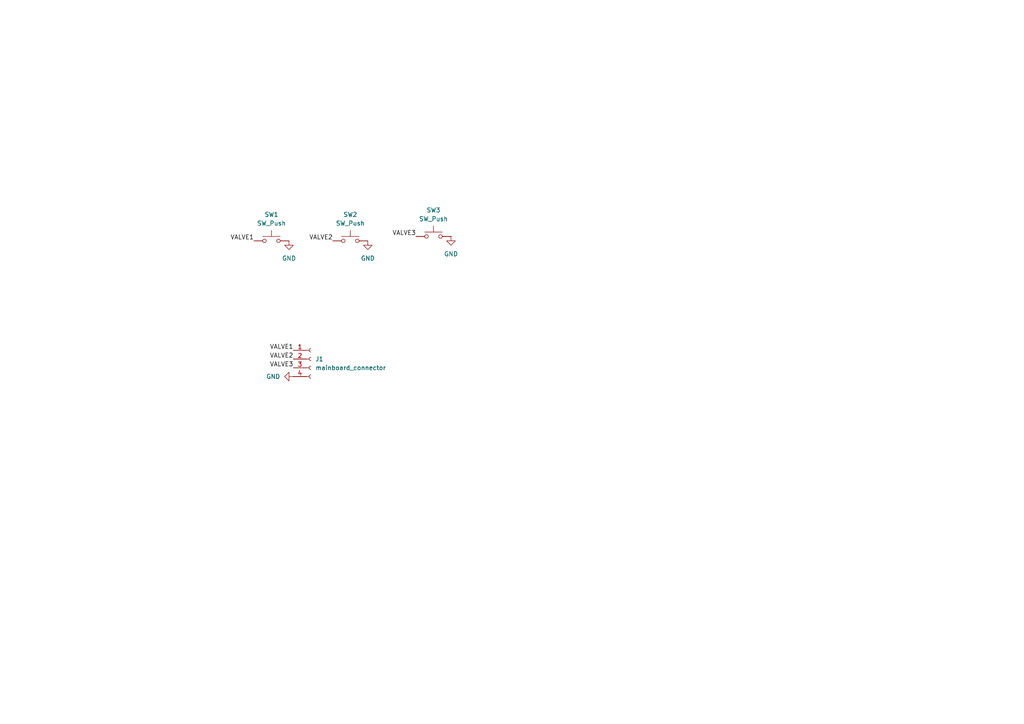
<source format=kicad_sch>
(kicad_sch (version 20250114) (generator "eeschema") (generator_version "9.0")
  (paper "A4")
  (lib_symbols
    (symbol "Connector:Conn_01x04_Socket" (pin_names (offset 1.016) (hide yes))
      (property "Reference" "J" (at 0 5.08 0))
      (property "Value" "Conn_01x04_Socket" (at 0 -7.62 0))
      (symbol "Conn_01x04_Socket_1_1"
        (polyline (pts (xy -1.27 2.54) (xy -0.508 2.54)) (stroke (width 0.1524)))
        (polyline (pts (xy -1.27 0) (xy -0.508 0)) (stroke (width 0.1524)))
        (polyline (pts (xy -1.27 -2.54) (xy -0.508 -2.54)) (stroke (width 0.1524)))
        (polyline (pts (xy -1.27 -5.08) (xy -0.508 -5.08)) (stroke (width 0.1524)))
        (arc (start 0 2.032) (mid -0.5058 2.54) (end 0 3.048) (stroke (width 0.1524)))
        (arc (start 0 -0.508) (mid -0.5058 0) (end 0 0.508) (stroke (width 0.1524)))
        (arc (start 0 -3.048) (mid -0.5058 -2.54) (end 0 -2.032) (stroke (width 0.1524)))
        (arc (start 0 -5.588) (mid -0.5058 -5.08) (end 0 -4.572) (stroke (width 0.1524)))
        (pin passive line (at -5.08 2.54 0) (length 3.81) (name "Pin_1") (number "1"))
        (pin passive line (at -5.08 0 0) (length 3.81) (name "Pin_2") (number "2"))
        (pin passive line (at -5.08 -2.54 0) (length 3.81) (name "Pin_3") (number "3"))
        (pin passive line (at -5.08 -5.08 0) (length 3.81) (name "Pin_4") (number "4"))
      )
    )
    (symbol "Switch:SW_Push" (pin_numbers (hide yes)) (pin_names (offset 1.016) (hide yes))
      (property "Reference" "SW" (at 1.27 2.54 0))
      (property "Value" "SW_Push" (at 0 -1.524 0))
      (symbol "SW_Push_0_1"
        (circle (center -2.032 0) (radius 0.508))
        (polyline (pts (xy 0 1.27) (xy 0 3.048)))
        (circle (center 2.032 0) (radius 0.508))
        (polyline (pts (xy 2.54 1.27) (xy -2.54 1.27)))
        (pin passive line (at -5.08 0 0) (length 2.54) (name "1") (number "1"))
        (pin passive line (at 5.08 0 180) (length 2.54) (name "2") (number "2"))
      )
    )
    (symbol "power:GND" (power) (pin_numbers (hide yes)) (pin_names (offset 0) (hide yes))
      (property "Value" "GND" (at 0 -3.81 0))
      (symbol "GND_0_1"
        (polyline (pts (xy 0 0) (xy 0 -1.27) (xy 1.27 -1.27) (xy 0 -2.54) (xy -1.27 -1.27) (xy 0 -1.27)))
      )
      (symbol "GND_1_1"
        (pin power_in line (at 0 0 270) (length 0) (name "~") (number "1"))
      )
    )
  )
  (label "VALVE1" (at 85.09 101.6 180))
  (label "VALVE3" (at 85.09 106.68 180))
  (label "VALVE1" (at 73.66 69.85 180))
  (label "VALVE2" (at 85.09 104.14 180))
  (label "VALVE3" (at 120.65 68.58 180))
  (label "VALVE2" (at 96.52 69.85 180))
  (symbol (lib_id "Switch:SW_Push") (at 78.74 69.85 0) (unit 1)
    (property "Reference" "SW1" (at 78.74 62.23 0))
    (property "Value" "SW_Push" (at 78.74 64.77 0))
    (property "Footprint" "Button_Switch_Keyboard:SW_Cherry_MX_1.00u_PCB" (effects (hide yes)))
    (property "Description" "Push button switch, generic, two pins" (effects (hide yes)))
  )
  (symbol (lib_id "Switch:SW_Push") (at 101.6 69.85 0) (unit 1)
    (property "Reference" "SW2" (at 101.6 62.23 0))
    (property "Value" "SW_Push" (at 101.6 64.77 0))
    (property "Footprint" "Button_Switch_Keyboard:SW_Cherry_MX_1.00u_PCB" (effects (hide yes)))
    (property "Description" "Push button switch, generic, two pins" (effects (hide yes)))
  )
  (symbol (lib_id "power:GND") (at 85.09 109.22 270) (unit 1)
    (property "Reference" "#PWR01" (effects (hide yes)))
    (property "Value" "GND" (at 81.28 109.2199 90) (effects (justify right)))
    (property "Description" "Power symbol creates a global label with name \"GND\" , ground" (effects (hide yes)))
  )
  (symbol (lib_id "power:GND") (at 83.82 69.85 0) (unit 1)
    (property "Reference" "#PWR02" (effects (hide yes)))
    (property "Value" "GND" (at 83.82 74.93 0))
    (property "Description" "Power symbol creates a global label with name \"GND\" , ground" (effects (hide yes)))
  )
  (symbol (lib_id "Switch:SW_Push") (at 125.73 68.58 0) (unit 1)
    (property "Reference" "SW3" (at 125.73 60.96 0))
    (property "Value" "SW_Push" (at 125.73 63.5 0))
    (property "Footprint" "Button_Switch_Keyboard:SW_Cherry_MX_1.00u_PCB" (effects (hide yes)))
    (property "Description" "Push button switch, generic, two pins" (effects (hide yes)))
  )
  (symbol (lib_id "Connector:Conn_01x04_Socket") (at 90.17 104.14 0) (unit 1)
    (property "Reference" "J1" (at 91.44 104.1399 0) (effects (justify left)))
    (property "Value" "mainboard_connector" (at 91.44 106.6799 0) (effects (justify left)))
    (property "Footprint" "Connector_PinSocket_2.54mm:PinSocket_1x04_P2.54mm_Vertical" (effects (hide yes)))
    (property "Description" "Generic connector, single row, 01x04, script generated" (effects (hide yes)))
  )
  (symbol (lib_id "power:GND") (at 130.81 68.58 0) (unit 1)
    (property "Reference" "#PWR04" (effects (hide yes)))
    (property "Value" "GND" (at 130.81 73.66 0))
    (property "Description" "Power symbol creates a global label with name \"GND\" , ground" (effects (hide yes)))
  )
  (symbol (lib_id "power:GND") (at 106.68 69.85 0) (unit 1)
    (property "Reference" "#PWR03" (effects (hide yes)))
    (property "Value" "GND" (at 106.68 74.93 0))
    (property "Description" "Power symbol creates a global label with name \"GND\" , ground" (effects (hide yes)))
  )
)
</source>
